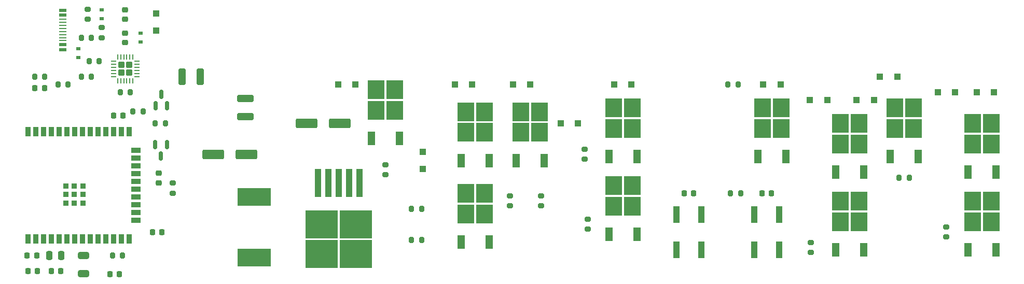
<source format=gbr>
G04 #@! TF.GenerationSoftware,KiCad,Pcbnew,7.0.7-7.0.7~ubuntu22.04.1*
G04 #@! TF.CreationDate,2023-08-27T12:25:05+02:00*
G04 #@! TF.ProjectId,pcb_esp32_wled_pwm_multichannel,7063625f-6573-4703-9332-5f776c65645f,rev?*
G04 #@! TF.SameCoordinates,Original*
G04 #@! TF.FileFunction,Paste,Top*
G04 #@! TF.FilePolarity,Positive*
%FSLAX46Y46*%
G04 Gerber Fmt 4.6, Leading zero omitted, Abs format (unit mm)*
G04 Created by KiCad (PCBNEW 7.0.7-7.0.7~ubuntu22.04.1) date 2023-08-27 12:25:05*
%MOMM*%
%LPD*%
G01*
G04 APERTURE LIST*
G04 Aperture macros list*
%AMRoundRect*
0 Rectangle with rounded corners*
0 $1 Rounding radius*
0 $2 $3 $4 $5 $6 $7 $8 $9 X,Y pos of 4 corners*
0 Add a 4 corners polygon primitive as box body*
4,1,4,$2,$3,$4,$5,$6,$7,$8,$9,$2,$3,0*
0 Add four circle primitives for the rounded corners*
1,1,$1+$1,$2,$3*
1,1,$1+$1,$4,$5*
1,1,$1+$1,$6,$7*
1,1,$1+$1,$8,$9*
0 Add four rect primitives between the rounded corners*
20,1,$1+$1,$2,$3,$4,$5,0*
20,1,$1+$1,$4,$5,$6,$7,0*
20,1,$1+$1,$6,$7,$8,$9,0*
20,1,$1+$1,$8,$9,$2,$3,0*%
G04 Aperture macros list end*
%ADD10R,1.100000X1.100000*%
%ADD11R,1.000000X2.750000*%
%ADD12R,2.750000X3.050000*%
%ADD13R,1.200000X2.200000*%
%ADD14RoundRect,0.200000X0.200000X0.275000X-0.200000X0.275000X-0.200000X-0.275000X0.200000X-0.275000X0*%
%ADD15RoundRect,0.200000X-0.275000X0.200000X-0.275000X-0.200000X0.275000X-0.200000X0.275000X0.200000X0*%
%ADD16RoundRect,0.200000X0.275000X-0.200000X0.275000X0.200000X-0.275000X0.200000X-0.275000X-0.200000X0*%
%ADD17R,0.700000X0.600000*%
%ADD18RoundRect,0.250000X1.500000X0.550000X-1.500000X0.550000X-1.500000X-0.550000X1.500000X-0.550000X0*%
%ADD19RoundRect,0.200000X-0.200000X-0.275000X0.200000X-0.275000X0.200000X0.275000X-0.200000X0.275000X0*%
%ADD20RoundRect,0.225000X-0.225000X-0.250000X0.225000X-0.250000X0.225000X0.250000X-0.225000X0.250000X0*%
%ADD21RoundRect,0.225000X0.225000X0.250000X-0.225000X0.250000X-0.225000X-0.250000X0.225000X-0.250000X0*%
%ADD22RoundRect,0.250000X0.650000X-0.325000X0.650000X0.325000X-0.650000X0.325000X-0.650000X-0.325000X0*%
%ADD23RoundRect,0.225000X-0.250000X0.225000X-0.250000X-0.225000X0.250000X-0.225000X0.250000X0.225000X0*%
%ADD24R,5.400000X2.900000*%
%ADD25RoundRect,0.250000X-0.250000X-0.475000X0.250000X-0.475000X0.250000X0.475000X-0.250000X0.475000X0*%
%ADD26RoundRect,0.250000X-0.275000X0.275000X-0.275000X-0.275000X0.275000X-0.275000X0.275000X0.275000X0*%
%ADD27RoundRect,0.062500X-0.062500X0.350000X-0.062500X-0.350000X0.062500X-0.350000X0.062500X0.350000X0*%
%ADD28RoundRect,0.062500X-0.350000X0.062500X-0.350000X-0.062500X0.350000X-0.062500X0.350000X0.062500X0*%
%ADD29R,0.900000X1.500000*%
%ADD30R,1.500000X0.900000*%
%ADD31R,0.900000X0.900000*%
%ADD32RoundRect,0.250000X1.100000X-0.325000X1.100000X0.325000X-1.100000X0.325000X-1.100000X-0.325000X0*%
%ADD33RoundRect,0.250000X0.325000X1.100000X-0.325000X1.100000X-0.325000X-1.100000X0.325000X-1.100000X0*%
%ADD34RoundRect,0.225000X0.250000X-0.225000X0.250000X0.225000X-0.250000X0.225000X-0.250000X-0.225000X0*%
%ADD35R,5.250000X4.550000*%
%ADD36R,1.100000X4.600000*%
%ADD37R,1.160000X0.580000*%
%ADD38R,1.160000X0.280000*%
%ADD39RoundRect,0.150000X0.150000X-0.587500X0.150000X0.587500X-0.150000X0.587500X-0.150000X-0.587500X0*%
%ADD40RoundRect,0.218750X-0.256250X0.218750X-0.256250X-0.218750X0.256250X-0.218750X0.256250X0.218750X0*%
%ADD41RoundRect,0.150000X-0.150000X0.587500X-0.150000X-0.587500X0.150000X-0.587500X0.150000X0.587500X0*%
G04 APERTURE END LIST*
D10*
G04 #@! TO.C,D111*
X162820000Y-54610000D03*
X160020000Y-54610000D03*
G04 #@! TD*
D11*
G04 #@! TO.C,SW101*
X130080000Y-80350000D03*
X130080000Y-74590000D03*
X134080000Y-80350000D03*
X134080000Y-74590000D03*
G04 #@! TD*
D12*
G04 #@! TO.C,Q111*
X165685000Y-75775000D03*
X168735000Y-75775000D03*
X165685000Y-72425000D03*
X168735000Y-72425000D03*
D13*
X164930000Y-80400000D03*
X169490000Y-80400000D03*
G04 #@! TD*
D14*
G04 #@! TO.C,R126*
X14236200Y-52070000D03*
X12586200Y-52070000D03*
G04 #@! TD*
D12*
G04 #@! TO.C,Q102*
X82930000Y-74505000D03*
X85980000Y-74505000D03*
X82930000Y-71155000D03*
X85980000Y-71155000D03*
D13*
X82175000Y-79130000D03*
X86735000Y-79130000D03*
G04 #@! TD*
D15*
G04 #@! TO.C,R101*
X69850000Y-66485000D03*
X69850000Y-68135000D03*
G04 #@! TD*
D16*
G04 #@! TO.C,R125*
X21285200Y-42735000D03*
X21285200Y-41085000D03*
G04 #@! TD*
D17*
G04 #@! TO.C,D117*
X23571200Y-41210000D03*
X23571200Y-42610000D03*
G04 #@! TD*
D10*
G04 #@! TO.C,D104*
X90675000Y-53340000D03*
X93475000Y-53340000D03*
G04 #@! TD*
D12*
G04 #@! TO.C,Q107*
X131395000Y-60535000D03*
X134445000Y-60535000D03*
X131395000Y-57185000D03*
X134445000Y-57185000D03*
D13*
X130640000Y-65160000D03*
X135200000Y-65160000D03*
G04 #@! TD*
D14*
G04 #@! TO.C,R102*
X75755000Y-78740000D03*
X74105000Y-78740000D03*
G04 #@! TD*
D18*
G04 #@! TO.C,C117*
X47150000Y-64770000D03*
X41750000Y-64770000D03*
G04 #@! TD*
D19*
G04 #@! TO.C,R119*
X16396200Y-53340000D03*
X18046200Y-53340000D03*
G04 #@! TD*
D16*
G04 #@! TO.C,R111*
X161382500Y-78295000D03*
X161382500Y-76645000D03*
G04 #@! TD*
D20*
G04 #@! TO.C,C111*
X118605000Y-71120000D03*
X120155000Y-71120000D03*
G04 #@! TD*
D12*
G04 #@! TO.C,Q105*
X107060000Y-73235000D03*
X110110000Y-73235000D03*
X107060000Y-69885000D03*
X110110000Y-69885000D03*
D13*
X106305000Y-77860000D03*
X110865000Y-77860000D03*
G04 #@! TD*
D16*
G04 #@! TO.C,R105*
X102870000Y-77025000D03*
X102870000Y-75375000D03*
G04 #@! TD*
D10*
G04 #@! TO.C,D107*
X131520000Y-53340000D03*
X134320000Y-53340000D03*
G04 #@! TD*
D12*
G04 #@! TO.C,Q110*
X152985000Y-60535000D03*
X156035000Y-60535000D03*
X152985000Y-57185000D03*
X156035000Y-57185000D03*
D13*
X152230000Y-65160000D03*
X156790000Y-65160000D03*
G04 #@! TD*
D17*
G04 #@! TO.C,D115*
X29921200Y-45020000D03*
X29921200Y-46420000D03*
G04 #@! TD*
D21*
G04 #@! TO.C,C102*
X14186200Y-53975000D03*
X12636200Y-53975000D03*
G04 #@! TD*
D14*
G04 #@! TO.C,R120*
X23126200Y-49530000D03*
X21476200Y-49530000D03*
G04 #@! TD*
D22*
G04 #@! TO.C,C101*
X20574000Y-84279000D03*
X20574000Y-81329000D03*
G04 #@! TD*
D10*
G04 #@! TO.C,D105*
X101240000Y-59690000D03*
X98440000Y-59690000D03*
G04 #@! TD*
G04 #@! TO.C,D102*
X75930000Y-64365000D03*
X75930000Y-67165000D03*
G04 #@! TD*
D14*
G04 #@! TO.C,R112*
X75755000Y-73660000D03*
X74105000Y-73660000D03*
G04 #@! TD*
D15*
G04 #@! TO.C,R104*
X95250000Y-71565000D03*
X95250000Y-73215000D03*
G04 #@! TD*
D12*
G04 #@! TO.C,Q108*
X144095000Y-75775000D03*
X147145000Y-75775000D03*
X144095000Y-72425000D03*
X147145000Y-72425000D03*
D13*
X143340000Y-80400000D03*
X147900000Y-80400000D03*
G04 #@! TD*
D21*
G04 #@! TO.C,C103*
X33363200Y-77470000D03*
X31813200Y-77470000D03*
G04 #@! TD*
D23*
G04 #@! TO.C,C115*
X27381200Y-44945000D03*
X27381200Y-46495000D03*
G04 #@! TD*
D21*
G04 #@! TO.C,C110*
X13043200Y-83820000D03*
X11493200Y-83820000D03*
G04 #@! TD*
D18*
G04 #@! TO.C,C116*
X62390000Y-59690000D03*
X56990000Y-59690000D03*
G04 #@! TD*
D10*
G04 #@! TO.C,D109*
X149560000Y-55880000D03*
X146760000Y-55880000D03*
G04 #@! TD*
D15*
G04 #@! TO.C,R103*
X90170000Y-71565000D03*
X90170000Y-73215000D03*
G04 #@! TD*
D16*
G04 #@! TO.C,R106*
X102380000Y-65595000D03*
X102380000Y-63945000D03*
G04 #@! TD*
D12*
G04 #@! TO.C,Q109*
X144095000Y-63075000D03*
X147145000Y-63075000D03*
X144095000Y-59725000D03*
X147145000Y-59725000D03*
D13*
X143340000Y-67700000D03*
X147900000Y-67700000D03*
G04 #@! TD*
D12*
G04 #@! TO.C,Q101*
X68325000Y-57555000D03*
X71375000Y-57555000D03*
X68325000Y-54205000D03*
X71375000Y-54205000D03*
D13*
X67570000Y-62180000D03*
X72130000Y-62180000D03*
G04 #@! TD*
D17*
G04 #@! TO.C,D116*
X19761200Y-48960000D03*
X19761200Y-47560000D03*
G04 #@! TD*
D24*
G04 #@! TO.C,L101*
X48435584Y-71760660D03*
X48435584Y-81660660D03*
G04 #@! TD*
D14*
G04 #@! TO.C,R118*
X30299200Y-57785000D03*
X28649200Y-57785000D03*
G04 #@! TD*
D16*
G04 #@! TO.C,R108*
X139270000Y-80835000D03*
X139270000Y-79185000D03*
G04 #@! TD*
D20*
G04 #@! TO.C,C108*
X25463200Y-58471500D03*
X27013200Y-58471500D03*
G04 #@! TD*
D21*
G04 #@! TO.C,C105*
X12916200Y-81280000D03*
X11366200Y-81280000D03*
G04 #@! TD*
D12*
G04 #@! TO.C,Q106*
X107060000Y-60535000D03*
X110110000Y-60535000D03*
X107060000Y-57185000D03*
X110110000Y-57185000D03*
D13*
X106305000Y-65160000D03*
X110865000Y-65160000D03*
G04 #@! TD*
D20*
G04 #@! TO.C,C109*
X24879000Y-84328000D03*
X26429000Y-84328000D03*
G04 #@! TD*
G04 #@! TO.C,C107*
X131305000Y-71120000D03*
X132855000Y-71120000D03*
G04 #@! TD*
D12*
G04 #@! TO.C,Q103*
X82930000Y-61170000D03*
X85980000Y-61170000D03*
X82930000Y-57820000D03*
X85980000Y-57820000D03*
D13*
X82175000Y-65795000D03*
X86735000Y-65795000D03*
G04 #@! TD*
D25*
G04 #@! TO.C,C104*
X15001200Y-81280000D03*
X16901200Y-81280000D03*
G04 #@! TD*
D26*
G04 #@! TO.C,U103*
X28031200Y-50150000D03*
X26731200Y-50150000D03*
X28031200Y-51450000D03*
X26731200Y-51450000D03*
D27*
X28631200Y-48862500D03*
X28131200Y-48862500D03*
X27631200Y-48862500D03*
X27131200Y-48862500D03*
X26631200Y-48862500D03*
X26131200Y-48862500D03*
D28*
X25443700Y-49550000D03*
X25443700Y-50050000D03*
X25443700Y-50550000D03*
X25443700Y-51050000D03*
X25443700Y-51550000D03*
X25443700Y-52050000D03*
D27*
X26131200Y-52737500D03*
X26631200Y-52737500D03*
X27131200Y-52737500D03*
X27631200Y-52737500D03*
X28131200Y-52737500D03*
X28631200Y-52737500D03*
D28*
X29318700Y-52050000D03*
X29318700Y-51550000D03*
X29318700Y-51050000D03*
X29318700Y-50550000D03*
X29318700Y-50050000D03*
X29318700Y-49550000D03*
G04 #@! TD*
D10*
G04 #@! TO.C,D108*
X141940000Y-55880000D03*
X139140000Y-55880000D03*
G04 #@! TD*
D11*
G04 #@! TO.C,SW102*
X121380000Y-74590000D03*
X121380000Y-80350000D03*
X117380000Y-74590000D03*
X117380000Y-80350000D03*
G04 #@! TD*
D29*
G04 #@! TO.C,U101*
X11506200Y-78600000D03*
X12776200Y-78600000D03*
X14046200Y-78600000D03*
X15316200Y-78600000D03*
X16586200Y-78600000D03*
X17856200Y-78600000D03*
X19126200Y-78600000D03*
X20396200Y-78600000D03*
X21666200Y-78600000D03*
X22936200Y-78600000D03*
X24206200Y-78600000D03*
X25476200Y-78600000D03*
X26746200Y-78600000D03*
X28016200Y-78600000D03*
D30*
X29111200Y-75565000D03*
X29111200Y-74295000D03*
X29111200Y-73025000D03*
X29111200Y-71755000D03*
X29111200Y-70485000D03*
X29111200Y-69215000D03*
X29111200Y-67945000D03*
X29111200Y-66675000D03*
X29111200Y-65405000D03*
X29111200Y-64135000D03*
D29*
X28016200Y-61100000D03*
X26746200Y-61100000D03*
X25476200Y-61100000D03*
X24206200Y-61100000D03*
X22936200Y-61100000D03*
X21666200Y-61100000D03*
X20396200Y-61100000D03*
X19126200Y-61100000D03*
X17856200Y-61100000D03*
X16586200Y-61100000D03*
X15316200Y-61100000D03*
X14046200Y-61100000D03*
X12776200Y-61100000D03*
X11506200Y-61100000D03*
D31*
X17671200Y-72750000D03*
X19071200Y-72750000D03*
X20471200Y-72750000D03*
X17671200Y-71350000D03*
X19071200Y-71350000D03*
X20471200Y-71350000D03*
X17671200Y-69950000D03*
X19071200Y-69950000D03*
X20471200Y-69950000D03*
G04 #@! TD*
D12*
G04 #@! TO.C,Q112*
X165685000Y-63075000D03*
X168735000Y-63075000D03*
X165685000Y-59725000D03*
X168735000Y-59725000D03*
D13*
X164930000Y-67700000D03*
X169490000Y-67700000D03*
G04 #@! TD*
D14*
G04 #@! TO.C,R107*
X127395000Y-53340000D03*
X125745000Y-53340000D03*
G04 #@! TD*
D32*
G04 #@! TO.C,C112*
X46990000Y-58625000D03*
X46990000Y-55675000D03*
G04 #@! TD*
D19*
G04 #@! TO.C,R114*
X126175000Y-71120000D03*
X127825000Y-71120000D03*
G04 #@! TD*
D14*
G04 #@! TO.C,R121*
X28206200Y-54610000D03*
X26556200Y-54610000D03*
G04 #@! TD*
D10*
G04 #@! TO.C,D112*
X169170000Y-54610000D03*
X166370000Y-54610000D03*
G04 #@! TD*
D16*
G04 #@! TO.C,R124*
X23571200Y-45720000D03*
X23571200Y-44070000D03*
G04 #@! TD*
D33*
G04 #@! TO.C,C113*
X39575000Y-52070000D03*
X36625000Y-52070000D03*
G04 #@! TD*
D34*
G04 #@! TO.C,C114*
X27381200Y-42685000D03*
X27381200Y-41135000D03*
G04 #@! TD*
D14*
G04 #@! TO.C,R117*
X33921200Y-59690000D03*
X32271200Y-59690000D03*
G04 #@! TD*
D10*
G04 #@! TO.C,D110*
X150570000Y-52070000D03*
X153370000Y-52070000D03*
G04 #@! TD*
D35*
G04 #@! TO.C,U102*
X65005000Y-76200000D03*
X59455000Y-76200000D03*
X65005000Y-81050000D03*
X59455000Y-81050000D03*
D36*
X65630000Y-69475000D03*
X63930000Y-69475000D03*
X62230000Y-69475000D03*
X60530000Y-69475000D03*
X58830000Y-69475000D03*
G04 #@! TD*
D19*
G04 #@! TO.C,R110*
X153685000Y-68580000D03*
X155335000Y-68580000D03*
G04 #@! TD*
D10*
G04 #@! TO.C,D101*
X62100000Y-53340000D03*
X64900000Y-53340000D03*
G04 #@! TD*
D12*
G04 #@! TO.C,Q104*
X91965000Y-61170000D03*
X95015000Y-61170000D03*
X91965000Y-57820000D03*
X95015000Y-57820000D03*
D13*
X91210000Y-65795000D03*
X95770000Y-65795000D03*
G04 #@! TD*
D20*
G04 #@! TO.C,C118*
X15303200Y-83820000D03*
X16853200Y-83820000D03*
G04 #@! TD*
D15*
G04 #@! TO.C,R113*
X35128200Y-69470000D03*
X35128200Y-71120000D03*
G04 #@! TD*
D10*
G04 #@! TO.C,D106*
X109985000Y-53340000D03*
X107185000Y-53340000D03*
G04 #@! TD*
D37*
G04 #@! TO.C,J109*
X17191200Y-41250000D03*
X17191200Y-42050000D03*
D38*
X17191200Y-43200000D03*
X17191200Y-44200000D03*
X17191200Y-44700000D03*
X17191200Y-45700000D03*
D37*
X17191200Y-46850000D03*
X17191200Y-47650000D03*
X17191200Y-47650000D03*
X17191200Y-46850000D03*
D38*
X17191200Y-46200000D03*
X17191200Y-45200000D03*
X17191200Y-43700000D03*
X17191200Y-42700000D03*
D37*
X17191200Y-42050000D03*
X17191200Y-41250000D03*
G04 #@! TD*
D14*
G04 #@! TO.C,R109*
X26936200Y-81280000D03*
X25286200Y-81280000D03*
G04 #@! TD*
D39*
G04 #@! TO.C,Q114*
X32334200Y-56817500D03*
X34234200Y-56817500D03*
X33284200Y-54942500D03*
G04 #@! TD*
D10*
G04 #@! TO.C,D114*
X32461200Y-41780000D03*
X32461200Y-44580000D03*
G04 #@! TD*
D40*
G04 #@! TO.C,D113*
X32842200Y-67868700D03*
X32842200Y-69443700D03*
G04 #@! TD*
D14*
G04 #@! TO.C,R122*
X21856200Y-52070000D03*
X20206200Y-52070000D03*
G04 #@! TD*
D41*
G04 #@! TO.C,Q113*
X34173200Y-63197500D03*
X32273200Y-63197500D03*
X33223200Y-65072500D03*
G04 #@! TD*
D14*
G04 #@! TO.C,R123*
X21856200Y-45720000D03*
X20206200Y-45720000D03*
G04 #@! TD*
D10*
G04 #@! TO.C,D103*
X83950000Y-53340000D03*
X81150000Y-53340000D03*
G04 #@! TD*
M02*

</source>
